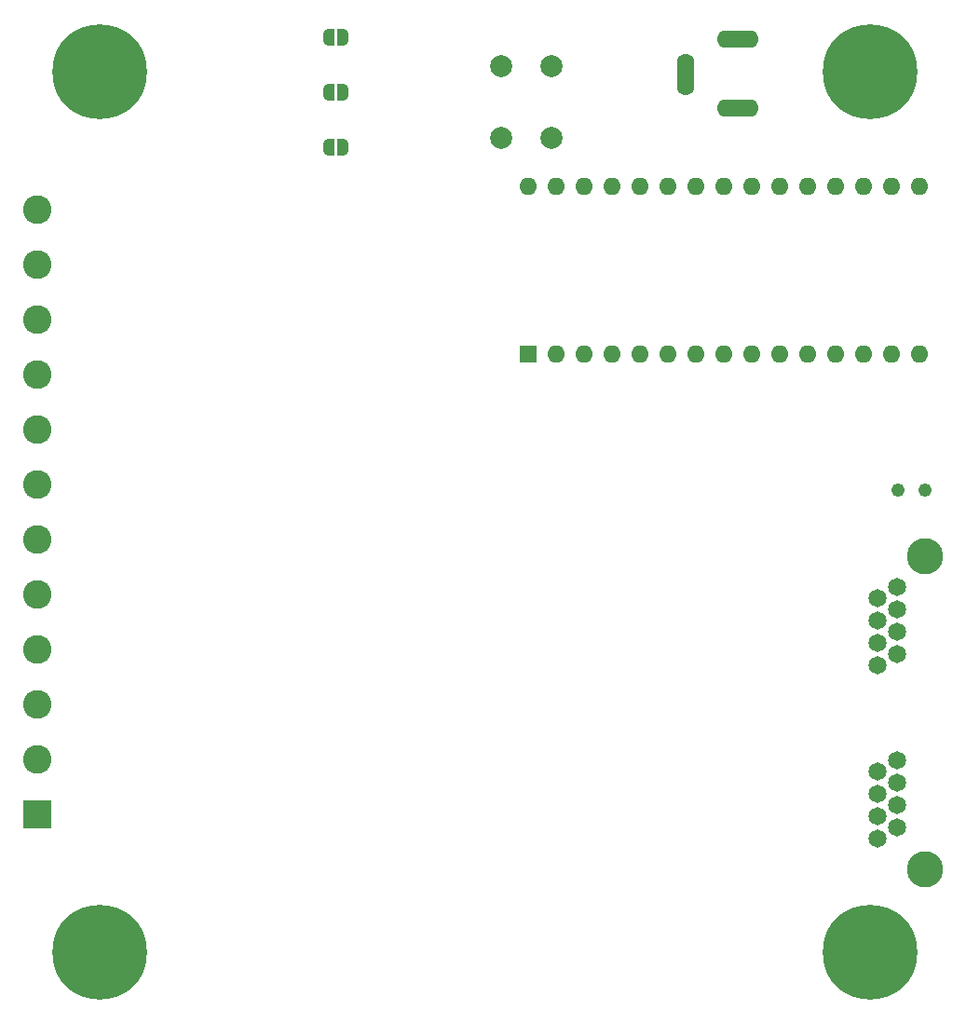
<source format=gbr>
%TF.GenerationSoftware,KiCad,Pcbnew,8.0.6*%
%TF.CreationDate,2024-12-06T15:31:51-05:00*%
%TF.ProjectId,LCC_Booster,4c43435f-426f-46f7-9374-65722e6b6963,5*%
%TF.SameCoordinates,Original*%
%TF.FileFunction,Soldermask,Bot*%
%TF.FilePolarity,Negative*%
%FSLAX46Y46*%
G04 Gerber Fmt 4.6, Leading zero omitted, Abs format (unit mm)*
G04 Created by KiCad (PCBNEW 8.0.6) date 2024-12-06 15:31:51*
%MOMM*%
%LPD*%
G01*
G04 APERTURE LIST*
G04 Aperture macros list*
%AMFreePoly0*
4,1,19,0.500000,-0.750000,0.000000,-0.750000,0.000000,-0.744911,-0.071157,-0.744911,-0.207708,-0.704816,-0.327430,-0.627875,-0.420627,-0.520320,-0.479746,-0.390866,-0.500000,-0.250000,-0.500000,0.250000,-0.479746,0.390866,-0.420627,0.520320,-0.327430,0.627875,-0.207708,0.704816,-0.071157,0.744911,0.000000,0.744911,0.000000,0.750000,0.500000,0.750000,0.500000,-0.750000,0.500000,-0.750000,
$1*%
%AMFreePoly1*
4,1,19,0.000000,0.744911,0.071157,0.744911,0.207708,0.704816,0.327430,0.627875,0.420627,0.520320,0.479746,0.390866,0.500000,0.250000,0.500000,-0.250000,0.479746,-0.390866,0.420627,-0.520320,0.327430,-0.627875,0.207708,-0.704816,0.071157,-0.744911,0.000000,-0.744911,0.000000,-0.750000,-0.500000,-0.750000,-0.500000,0.750000,0.000000,0.750000,0.000000,0.744911,0.000000,0.744911,
$1*%
G04 Aperture macros list end*
%ADD10C,0.900000*%
%ADD11C,8.600000*%
%ADD12C,2.000000*%
%ADD13C,3.300000*%
%ADD14C,1.652000*%
%ADD15C,1.234000*%
%ADD16R,1.600000X1.600000*%
%ADD17O,1.600000X1.600000*%
%ADD18O,3.804000X1.604000*%
%ADD19O,1.604000X3.804000*%
%ADD20R,2.600000X2.600000*%
%ADD21C,2.600000*%
%ADD22FreePoly0,0.000000*%
%ADD23FreePoly1,0.000000*%
G04 APERTURE END LIST*
D10*
%TO.C,H3*%
X96775000Y-110000000D03*
X97719581Y-107719581D03*
X97719581Y-112280419D03*
X100000000Y-106775000D03*
D11*
X100000000Y-110000000D03*
D10*
X100000000Y-113225000D03*
X102280419Y-107719581D03*
X102280419Y-112280419D03*
X103225000Y-110000000D03*
%TD*%
%TO.C,H1*%
X26775000Y-30000000D03*
X27719581Y-27719581D03*
X27719581Y-32280419D03*
X30000000Y-26775000D03*
D11*
X30000000Y-30000000D03*
D10*
X30000000Y-33225000D03*
X32280419Y-27719581D03*
X32280419Y-32280419D03*
X33225000Y-30000000D03*
%TD*%
%TO.C,H4*%
X26775000Y-110000000D03*
X27719581Y-107719581D03*
X27719581Y-112280419D03*
X30000000Y-106775000D03*
D11*
X30000000Y-110000000D03*
D10*
X30000000Y-113225000D03*
X32280419Y-107719581D03*
X32280419Y-112280419D03*
X33225000Y-110000000D03*
%TD*%
%TO.C,H2*%
X96775000Y-30000000D03*
X97719581Y-27719581D03*
X97719581Y-32280419D03*
X100000000Y-26775000D03*
D11*
X100000000Y-30000000D03*
D10*
X100000000Y-33225000D03*
X102280419Y-27719581D03*
X102280419Y-32280419D03*
X103225000Y-30000000D03*
%TD*%
D12*
%TO.C,SW1*%
X66500000Y-36000000D03*
X66500000Y-29500000D03*
X71000000Y-36000000D03*
X71000000Y-29500000D03*
%TD*%
D13*
%TO.C,J3*%
X105000000Y-102475000D03*
X105000000Y-74025000D03*
D14*
X102460000Y-92573000D03*
X100680000Y-93589000D03*
X102460000Y-94605000D03*
X100680000Y-95621000D03*
X102460000Y-96637000D03*
X100680000Y-97653000D03*
X102460000Y-98669000D03*
X100680000Y-99685000D03*
X102460000Y-76823000D03*
X100680000Y-77839000D03*
X102460000Y-78855000D03*
X100680000Y-79871000D03*
X102460000Y-80887000D03*
X100680000Y-81903000D03*
X102460000Y-82919000D03*
X100680000Y-83935000D03*
%TD*%
D15*
%TO.C,Y1*%
X105000000Y-68018861D03*
X102500000Y-68018861D03*
%TD*%
D16*
%TO.C,A1*%
X68950000Y-55610000D03*
D17*
X71490000Y-55610000D03*
X74030000Y-55610000D03*
X76570000Y-55610000D03*
X79110000Y-55610000D03*
X81650000Y-55610000D03*
X84190000Y-55610000D03*
X86730000Y-55610000D03*
X89270000Y-55610000D03*
X91810000Y-55610000D03*
X94350000Y-55610000D03*
X96890000Y-55610000D03*
X99430000Y-55610000D03*
X101970000Y-55610000D03*
X104510000Y-55610000D03*
X104510000Y-40370000D03*
X101970000Y-40370000D03*
X99430000Y-40370000D03*
X96890000Y-40370000D03*
X94350000Y-40370000D03*
X91810000Y-40370000D03*
X89270000Y-40370000D03*
X86730000Y-40370000D03*
X84190000Y-40370000D03*
X81650000Y-40370000D03*
X79110000Y-40370000D03*
X76570000Y-40370000D03*
X74030000Y-40370000D03*
X71490000Y-40370000D03*
X68950000Y-40370000D03*
%TD*%
D18*
%TO.C,J2*%
X88000000Y-33250000D03*
X88000000Y-27000000D03*
D19*
X83200000Y-30250000D03*
%TD*%
D20*
%TO.C,J1*%
X24305000Y-97500000D03*
D21*
X24305000Y-92500000D03*
X24305000Y-87500000D03*
X24305000Y-82500000D03*
X24305000Y-77500000D03*
X24305000Y-72500000D03*
X24305000Y-67500000D03*
X24305000Y-62500000D03*
X24305000Y-57500000D03*
X24305000Y-52500000D03*
X24305000Y-47500000D03*
X24305000Y-42500000D03*
%TD*%
D22*
%TO.C,JP3*%
X50791583Y-36831087D03*
D23*
X52091583Y-36831087D03*
%TD*%
D22*
%TO.C,JP4*%
X50791583Y-31831087D03*
D23*
X52091583Y-31831087D03*
%TD*%
D22*
%TO.C,JP5*%
X50791583Y-26831087D03*
D23*
X52091583Y-26831087D03*
%TD*%
M02*

</source>
